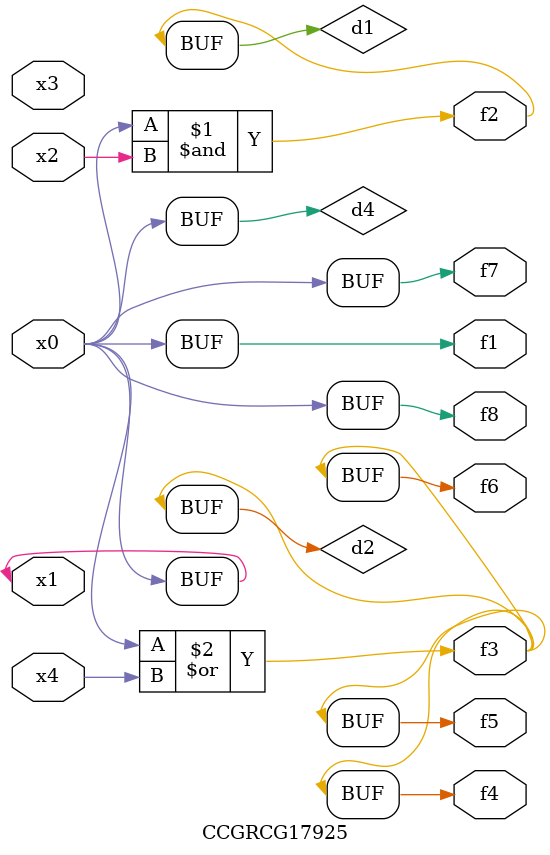
<source format=v>
module CCGRCG17925(
	input x0, x1, x2, x3, x4,
	output f1, f2, f3, f4, f5, f6, f7, f8
);

	wire d1, d2, d3, d4;

	and (d1, x0, x2);
	or (d2, x0, x4);
	nand (d3, x0, x2);
	buf (d4, x0, x1);
	assign f1 = d4;
	assign f2 = d1;
	assign f3 = d2;
	assign f4 = d2;
	assign f5 = d2;
	assign f6 = d2;
	assign f7 = d4;
	assign f8 = d4;
endmodule

</source>
